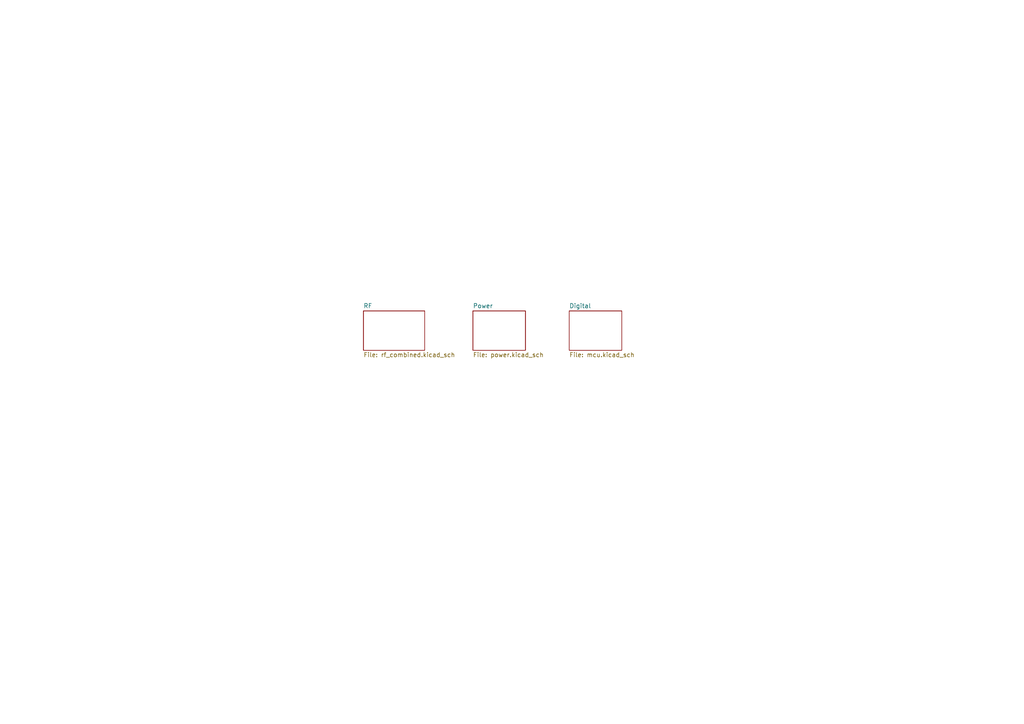
<source format=kicad_sch>
(kicad_sch (version 20211123) (generator eeschema)
  (paper "A4")
  (lib_symbols)
  (sheet (at 105.41 90.17) (size 17.78 11.43) (stroke (width 0.1524))
    (property "Sheet name" "RF" (at 105.41 89.4584 0) (effects (justify left bottom)))
    (property "Sheet file" "rf_combined.kicad_sch" (at 105.41 102.1846 0) (effects (justify left top)))
  )
  (sheet (at 165.1 90.17) (size 15.24 11.43) (stroke (width 0.1524))
    (property "Sheet name" "Digital" (at 165.1 89.4584 0) (effects (justify left bottom)))
    (property "Sheet file" "mcu.kicad_sch" (at 165.1 102.1846 0) (effects (justify left top)))
  )
  (sheet (at 137.16 90.17) (size 15.24 11.43) (stroke (width 0.1524))
    (property "Sheet name" "Power" (at 137.16 89.4584 0) (effects (justify left bottom)))
    (property "Sheet file" "power.kicad_sch" (at 137.16 102.1846 0) (effects (justify left top)))
  )
)
</source>
